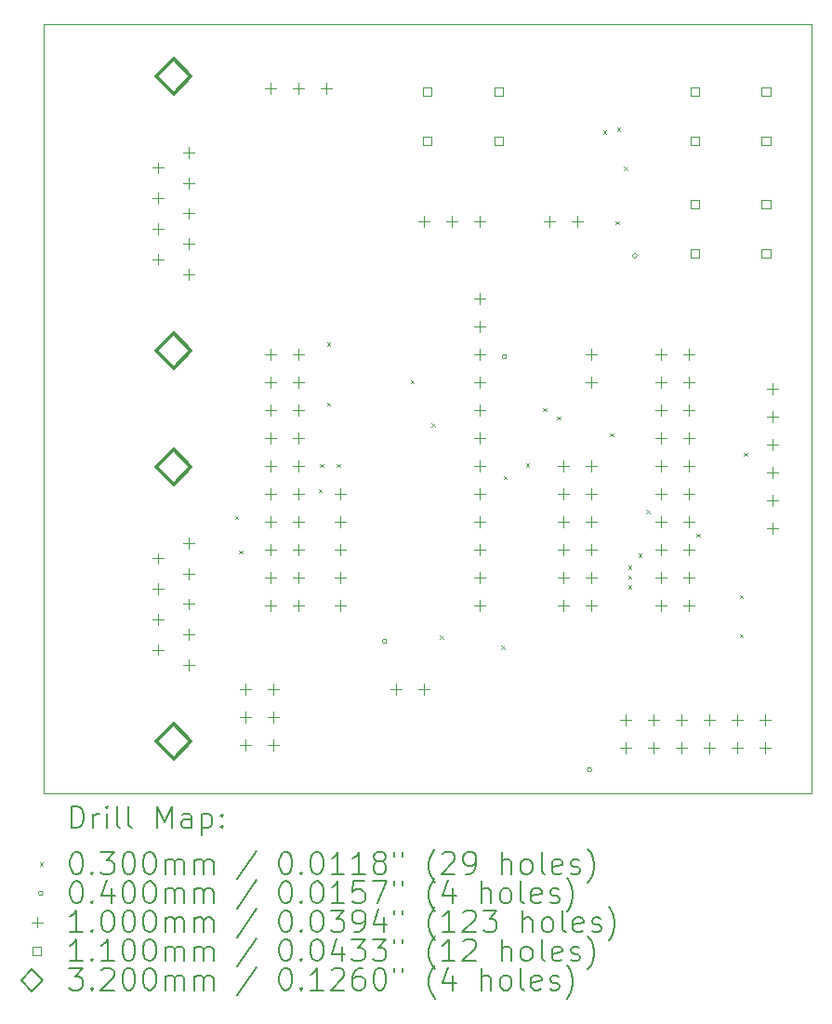
<source format=gbr>
%TF.GenerationSoftware,KiCad,Pcbnew,6.0.11-2627ca5db0~126~ubuntu22.04.1*%
%TF.CreationDate,2023-03-18T13:02:44+01:00*%
%TF.ProjectId,MiSTdon,4d695354-646f-46e2-9e6b-696361645f70,rev?*%
%TF.SameCoordinates,Original*%
%TF.FileFunction,Drillmap*%
%TF.FilePolarity,Positive*%
%FSLAX45Y45*%
G04 Gerber Fmt 4.5, Leading zero omitted, Abs format (unit mm)*
G04 Created by KiCad (PCBNEW 6.0.11-2627ca5db0~126~ubuntu22.04.1) date 2023-03-18 13:02:44*
%MOMM*%
%LPD*%
G01*
G04 APERTURE LIST*
%ADD10C,0.100000*%
%ADD11C,0.200000*%
%ADD12C,0.030000*%
%ADD13C,0.040000*%
%ADD14C,0.110000*%
%ADD15C,0.320000*%
G04 APERTURE END LIST*
D10*
X10000000Y-5000000D02*
X17000000Y-5000000D01*
X17000000Y-5000000D02*
X17000000Y-12000000D01*
X17000000Y-12000000D02*
X10000000Y-12000000D01*
X10000000Y-12000000D02*
X10000000Y-5000000D01*
D11*
D12*
X11745250Y-9474340D02*
X11775250Y-9504340D01*
X11775250Y-9474340D02*
X11745250Y-9504340D01*
X11783300Y-9789400D02*
X11813300Y-9819400D01*
X11813300Y-9789400D02*
X11783300Y-9819400D01*
X12507200Y-9230600D02*
X12537200Y-9260600D01*
X12537200Y-9230600D02*
X12507200Y-9260600D01*
X12519900Y-9002000D02*
X12549900Y-9032000D01*
X12549900Y-9002000D02*
X12519900Y-9032000D01*
X12583400Y-7897100D02*
X12613400Y-7927100D01*
X12613400Y-7897100D02*
X12583400Y-7927100D01*
X12583400Y-8443200D02*
X12613400Y-8473200D01*
X12613400Y-8443200D02*
X12583400Y-8473200D01*
X12672300Y-9002000D02*
X12702300Y-9032000D01*
X12702300Y-9002000D02*
X12672300Y-9032000D01*
X13345400Y-8240000D02*
X13375400Y-8270000D01*
X13375400Y-8240000D02*
X13345400Y-8270000D01*
X13535900Y-8633700D02*
X13565900Y-8663700D01*
X13565900Y-8633700D02*
X13535900Y-8663700D01*
X13612100Y-10564100D02*
X13642100Y-10594100D01*
X13642100Y-10564100D02*
X13612100Y-10594100D01*
X14170900Y-10654800D02*
X14200900Y-10684800D01*
X14200900Y-10654800D02*
X14170900Y-10684800D01*
X14189950Y-9109950D02*
X14219950Y-9139950D01*
X14219950Y-9109950D02*
X14189950Y-9139950D01*
X14393150Y-8995650D02*
X14423150Y-9025650D01*
X14423150Y-8995650D02*
X14393150Y-9025650D01*
X14551900Y-8494000D02*
X14581900Y-8524000D01*
X14581900Y-8494000D02*
X14551900Y-8524000D01*
X14678900Y-8570200D02*
X14708900Y-8600200D01*
X14708900Y-8570200D02*
X14678900Y-8600200D01*
X15098000Y-5966700D02*
X15128000Y-5996700D01*
X15128000Y-5966700D02*
X15098000Y-5996700D01*
X15161500Y-8722600D02*
X15191500Y-8752600D01*
X15191500Y-8722600D02*
X15161500Y-8752600D01*
X15212300Y-6792200D02*
X15242300Y-6822200D01*
X15242300Y-6792200D02*
X15212300Y-6822200D01*
X15225000Y-5941300D02*
X15255000Y-5971300D01*
X15255000Y-5941300D02*
X15225000Y-5971300D01*
X15288500Y-6296900D02*
X15318500Y-6326900D01*
X15318500Y-6296900D02*
X15288500Y-6326900D01*
X15326600Y-9929100D02*
X15356600Y-9959100D01*
X15356600Y-9929100D02*
X15326600Y-9959100D01*
X15326600Y-10018000D02*
X15356600Y-10048000D01*
X15356600Y-10018000D02*
X15326600Y-10048000D01*
X15326600Y-10106900D02*
X15356600Y-10136900D01*
X15356600Y-10106900D02*
X15326600Y-10136900D01*
X15417280Y-9816600D02*
X15447280Y-9846600D01*
X15447280Y-9816600D02*
X15417280Y-9846600D01*
X15492025Y-9421425D02*
X15522025Y-9451425D01*
X15522025Y-9421425D02*
X15492025Y-9451425D01*
X15948900Y-9637000D02*
X15978900Y-9667000D01*
X15978900Y-9637000D02*
X15948900Y-9667000D01*
X16342600Y-10195800D02*
X16372600Y-10225800D01*
X16372600Y-10195800D02*
X16342600Y-10225800D01*
X16342600Y-10551400D02*
X16372600Y-10581400D01*
X16372600Y-10551400D02*
X16342600Y-10581400D01*
X16380700Y-8900400D02*
X16410700Y-8930400D01*
X16410700Y-8900400D02*
X16380700Y-8930400D01*
D13*
X13126400Y-10617200D02*
G75*
G03*
X13126400Y-10617200I-20000J0D01*
G01*
X14218600Y-8026400D02*
G75*
G03*
X14218600Y-8026400I-20000J0D01*
G01*
X14993300Y-11785600D02*
G75*
G03*
X14993300Y-11785600I-20000J0D01*
G01*
X15406050Y-7105650D02*
G75*
G03*
X15406050Y-7105650I-20000J0D01*
G01*
D10*
X11042033Y-6255500D02*
X11042033Y-6355500D01*
X10992033Y-6305500D02*
X11092033Y-6305500D01*
X11042033Y-6532500D02*
X11042033Y-6632500D01*
X10992033Y-6582500D02*
X11092033Y-6582500D01*
X11042033Y-6809500D02*
X11042033Y-6909500D01*
X10992033Y-6859500D02*
X11092033Y-6859500D01*
X11042033Y-7086500D02*
X11042033Y-7186500D01*
X10992033Y-7136500D02*
X11092033Y-7136500D01*
X11042033Y-9811500D02*
X11042033Y-9911500D01*
X10992033Y-9861500D02*
X11092033Y-9861500D01*
X11042033Y-10088500D02*
X11042033Y-10188500D01*
X10992033Y-10138500D02*
X11092033Y-10138500D01*
X11042033Y-10365500D02*
X11042033Y-10465500D01*
X10992033Y-10415500D02*
X11092033Y-10415500D01*
X11042033Y-10642500D02*
X11042033Y-10742500D01*
X10992033Y-10692500D02*
X11092033Y-10692500D01*
X11326033Y-6117000D02*
X11326033Y-6217000D01*
X11276033Y-6167000D02*
X11376033Y-6167000D01*
X11326033Y-6394000D02*
X11326033Y-6494000D01*
X11276033Y-6444000D02*
X11376033Y-6444000D01*
X11326033Y-6671000D02*
X11326033Y-6771000D01*
X11276033Y-6721000D02*
X11376033Y-6721000D01*
X11326033Y-6948000D02*
X11326033Y-7048000D01*
X11276033Y-6998000D02*
X11376033Y-6998000D01*
X11326033Y-7225000D02*
X11326033Y-7325000D01*
X11276033Y-7275000D02*
X11376033Y-7275000D01*
X11326033Y-9673000D02*
X11326033Y-9773000D01*
X11276033Y-9723000D02*
X11376033Y-9723000D01*
X11326033Y-9950000D02*
X11326033Y-10050000D01*
X11276033Y-10000000D02*
X11376033Y-10000000D01*
X11326033Y-10227000D02*
X11326033Y-10327000D01*
X11276033Y-10277000D02*
X11376033Y-10277000D01*
X11326033Y-10504000D02*
X11326033Y-10604000D01*
X11276033Y-10554000D02*
X11376033Y-10554000D01*
X11326033Y-10781000D02*
X11326033Y-10881000D01*
X11276033Y-10831000D02*
X11376033Y-10831000D01*
X11836400Y-10999000D02*
X11836400Y-11099000D01*
X11786400Y-11049000D02*
X11886400Y-11049000D01*
X11836400Y-11253000D02*
X11836400Y-11353000D01*
X11786400Y-11303000D02*
X11886400Y-11303000D01*
X11836400Y-11507000D02*
X11836400Y-11607000D01*
X11786400Y-11557000D02*
X11886400Y-11557000D01*
X12065000Y-7951000D02*
X12065000Y-8051000D01*
X12015000Y-8001000D02*
X12115000Y-8001000D01*
X12065000Y-8205000D02*
X12065000Y-8305000D01*
X12015000Y-8255000D02*
X12115000Y-8255000D01*
X12065000Y-8459000D02*
X12065000Y-8559000D01*
X12015000Y-8509000D02*
X12115000Y-8509000D01*
X12065000Y-8713000D02*
X12065000Y-8813000D01*
X12015000Y-8763000D02*
X12115000Y-8763000D01*
X12065000Y-8967000D02*
X12065000Y-9067000D01*
X12015000Y-9017000D02*
X12115000Y-9017000D01*
X12065000Y-9221000D02*
X12065000Y-9321000D01*
X12015000Y-9271000D02*
X12115000Y-9271000D01*
X12065000Y-9475000D02*
X12065000Y-9575000D01*
X12015000Y-9525000D02*
X12115000Y-9525000D01*
X12065000Y-9729000D02*
X12065000Y-9829000D01*
X12015000Y-9779000D02*
X12115000Y-9779000D01*
X12065000Y-9983000D02*
X12065000Y-10083000D01*
X12015000Y-10033000D02*
X12115000Y-10033000D01*
X12065000Y-10237000D02*
X12065000Y-10337000D01*
X12015000Y-10287000D02*
X12115000Y-10287000D01*
X12066500Y-5535500D02*
X12066500Y-5635500D01*
X12016500Y-5585500D02*
X12116500Y-5585500D01*
X12090400Y-10999000D02*
X12090400Y-11099000D01*
X12040400Y-11049000D02*
X12140400Y-11049000D01*
X12090400Y-11253000D02*
X12090400Y-11353000D01*
X12040400Y-11303000D02*
X12140400Y-11303000D01*
X12090400Y-11507000D02*
X12090400Y-11607000D01*
X12040400Y-11557000D02*
X12140400Y-11557000D01*
X12319000Y-7951000D02*
X12319000Y-8051000D01*
X12269000Y-8001000D02*
X12369000Y-8001000D01*
X12319000Y-8205000D02*
X12319000Y-8305000D01*
X12269000Y-8255000D02*
X12369000Y-8255000D01*
X12319000Y-8459000D02*
X12319000Y-8559000D01*
X12269000Y-8509000D02*
X12369000Y-8509000D01*
X12319000Y-8713000D02*
X12319000Y-8813000D01*
X12269000Y-8763000D02*
X12369000Y-8763000D01*
X12319000Y-8967000D02*
X12319000Y-9067000D01*
X12269000Y-9017000D02*
X12369000Y-9017000D01*
X12319000Y-9221000D02*
X12319000Y-9321000D01*
X12269000Y-9271000D02*
X12369000Y-9271000D01*
X12319000Y-9475000D02*
X12319000Y-9575000D01*
X12269000Y-9525000D02*
X12369000Y-9525000D01*
X12319000Y-9729000D02*
X12319000Y-9829000D01*
X12269000Y-9779000D02*
X12369000Y-9779000D01*
X12319000Y-9983000D02*
X12319000Y-10083000D01*
X12269000Y-10033000D02*
X12369000Y-10033000D01*
X12319000Y-10237000D02*
X12319000Y-10337000D01*
X12269000Y-10287000D02*
X12369000Y-10287000D01*
X12320500Y-5535500D02*
X12320500Y-5635500D01*
X12270500Y-5585500D02*
X12370500Y-5585500D01*
X12574500Y-5535500D02*
X12574500Y-5635500D01*
X12524500Y-5585500D02*
X12624500Y-5585500D01*
X12700000Y-9221000D02*
X12700000Y-9321000D01*
X12650000Y-9271000D02*
X12750000Y-9271000D01*
X12700000Y-9475000D02*
X12700000Y-9575000D01*
X12650000Y-9525000D02*
X12750000Y-9525000D01*
X12700000Y-9729000D02*
X12700000Y-9829000D01*
X12650000Y-9779000D02*
X12750000Y-9779000D01*
X12700000Y-9983000D02*
X12700000Y-10083000D01*
X12650000Y-10033000D02*
X12750000Y-10033000D01*
X12700000Y-10237000D02*
X12700000Y-10337000D01*
X12650000Y-10287000D02*
X12750000Y-10287000D01*
X13208000Y-10999000D02*
X13208000Y-11099000D01*
X13158000Y-11049000D02*
X13258000Y-11049000D01*
X13462000Y-6744500D02*
X13462000Y-6844500D01*
X13412000Y-6794500D02*
X13512000Y-6794500D01*
X13462000Y-10999000D02*
X13462000Y-11099000D01*
X13412000Y-11049000D02*
X13512000Y-11049000D01*
X13716000Y-6744500D02*
X13716000Y-6844500D01*
X13666000Y-6794500D02*
X13766000Y-6794500D01*
X13970000Y-6744500D02*
X13970000Y-6844500D01*
X13920000Y-6794500D02*
X14020000Y-6794500D01*
X13970000Y-7443000D02*
X13970000Y-7543000D01*
X13920000Y-7493000D02*
X14020000Y-7493000D01*
X13970000Y-7697000D02*
X13970000Y-7797000D01*
X13920000Y-7747000D02*
X14020000Y-7747000D01*
X13970000Y-7951000D02*
X13970000Y-8051000D01*
X13920000Y-8001000D02*
X14020000Y-8001000D01*
X13970000Y-8205000D02*
X13970000Y-8305000D01*
X13920000Y-8255000D02*
X14020000Y-8255000D01*
X13970000Y-8459000D02*
X13970000Y-8559000D01*
X13920000Y-8509000D02*
X14020000Y-8509000D01*
X13970000Y-8713000D02*
X13970000Y-8813000D01*
X13920000Y-8763000D02*
X14020000Y-8763000D01*
X13970000Y-8967000D02*
X13970000Y-9067000D01*
X13920000Y-9017000D02*
X14020000Y-9017000D01*
X13970000Y-9221000D02*
X13970000Y-9321000D01*
X13920000Y-9271000D02*
X14020000Y-9271000D01*
X13970000Y-9475000D02*
X13970000Y-9575000D01*
X13920000Y-9525000D02*
X14020000Y-9525000D01*
X13970000Y-9729000D02*
X13970000Y-9829000D01*
X13920000Y-9779000D02*
X14020000Y-9779000D01*
X13970000Y-9983000D02*
X13970000Y-10083000D01*
X13920000Y-10033000D02*
X14020000Y-10033000D01*
X13970000Y-10237000D02*
X13970000Y-10337000D01*
X13920000Y-10287000D02*
X14020000Y-10287000D01*
X14605000Y-6744500D02*
X14605000Y-6844500D01*
X14555000Y-6794500D02*
X14655000Y-6794500D01*
X14732000Y-8967000D02*
X14732000Y-9067000D01*
X14682000Y-9017000D02*
X14782000Y-9017000D01*
X14732000Y-9221000D02*
X14732000Y-9321000D01*
X14682000Y-9271000D02*
X14782000Y-9271000D01*
X14732000Y-9475000D02*
X14732000Y-9575000D01*
X14682000Y-9525000D02*
X14782000Y-9525000D01*
X14732000Y-9729000D02*
X14732000Y-9829000D01*
X14682000Y-9779000D02*
X14782000Y-9779000D01*
X14732000Y-9983000D02*
X14732000Y-10083000D01*
X14682000Y-10033000D02*
X14782000Y-10033000D01*
X14732000Y-10237000D02*
X14732000Y-10337000D01*
X14682000Y-10287000D02*
X14782000Y-10287000D01*
X14859000Y-6744500D02*
X14859000Y-6844500D01*
X14809000Y-6794500D02*
X14909000Y-6794500D01*
X14986000Y-7951000D02*
X14986000Y-8051000D01*
X14936000Y-8001000D02*
X15036000Y-8001000D01*
X14986000Y-8205000D02*
X14986000Y-8305000D01*
X14936000Y-8255000D02*
X15036000Y-8255000D01*
X14986000Y-8967000D02*
X14986000Y-9067000D01*
X14936000Y-9017000D02*
X15036000Y-9017000D01*
X14986000Y-9221000D02*
X14986000Y-9321000D01*
X14936000Y-9271000D02*
X15036000Y-9271000D01*
X14986000Y-9475000D02*
X14986000Y-9575000D01*
X14936000Y-9525000D02*
X15036000Y-9525000D01*
X14986000Y-9729000D02*
X14986000Y-9829000D01*
X14936000Y-9779000D02*
X15036000Y-9779000D01*
X14986000Y-9983000D02*
X14986000Y-10083000D01*
X14936000Y-10033000D02*
X15036000Y-10033000D01*
X14986000Y-10237000D02*
X14986000Y-10337000D01*
X14936000Y-10287000D02*
X15036000Y-10287000D01*
X15303500Y-11284000D02*
X15303500Y-11384000D01*
X15253500Y-11334000D02*
X15353500Y-11334000D01*
X15303500Y-11538000D02*
X15303500Y-11638000D01*
X15253500Y-11588000D02*
X15353500Y-11588000D01*
X15557500Y-11284000D02*
X15557500Y-11384000D01*
X15507500Y-11334000D02*
X15607500Y-11334000D01*
X15557500Y-11538000D02*
X15557500Y-11638000D01*
X15507500Y-11588000D02*
X15607500Y-11588000D01*
X15621000Y-7951000D02*
X15621000Y-8051000D01*
X15571000Y-8001000D02*
X15671000Y-8001000D01*
X15621000Y-8205000D02*
X15621000Y-8305000D01*
X15571000Y-8255000D02*
X15671000Y-8255000D01*
X15621000Y-8459000D02*
X15621000Y-8559000D01*
X15571000Y-8509000D02*
X15671000Y-8509000D01*
X15621000Y-8713000D02*
X15621000Y-8813000D01*
X15571000Y-8763000D02*
X15671000Y-8763000D01*
X15621000Y-8967000D02*
X15621000Y-9067000D01*
X15571000Y-9017000D02*
X15671000Y-9017000D01*
X15621000Y-9221000D02*
X15621000Y-9321000D01*
X15571000Y-9271000D02*
X15671000Y-9271000D01*
X15621000Y-9475000D02*
X15621000Y-9575000D01*
X15571000Y-9525000D02*
X15671000Y-9525000D01*
X15621000Y-9729000D02*
X15621000Y-9829000D01*
X15571000Y-9779000D02*
X15671000Y-9779000D01*
X15621000Y-9983000D02*
X15621000Y-10083000D01*
X15571000Y-10033000D02*
X15671000Y-10033000D01*
X15621000Y-10237000D02*
X15621000Y-10337000D01*
X15571000Y-10287000D02*
X15671000Y-10287000D01*
X15811500Y-11284000D02*
X15811500Y-11384000D01*
X15761500Y-11334000D02*
X15861500Y-11334000D01*
X15811500Y-11538000D02*
X15811500Y-11638000D01*
X15761500Y-11588000D02*
X15861500Y-11588000D01*
X15875000Y-7951000D02*
X15875000Y-8051000D01*
X15825000Y-8001000D02*
X15925000Y-8001000D01*
X15875000Y-8205000D02*
X15875000Y-8305000D01*
X15825000Y-8255000D02*
X15925000Y-8255000D01*
X15875000Y-8459000D02*
X15875000Y-8559000D01*
X15825000Y-8509000D02*
X15925000Y-8509000D01*
X15875000Y-8713000D02*
X15875000Y-8813000D01*
X15825000Y-8763000D02*
X15925000Y-8763000D01*
X15875000Y-8967000D02*
X15875000Y-9067000D01*
X15825000Y-9017000D02*
X15925000Y-9017000D01*
X15875000Y-9221000D02*
X15875000Y-9321000D01*
X15825000Y-9271000D02*
X15925000Y-9271000D01*
X15875000Y-9475000D02*
X15875000Y-9575000D01*
X15825000Y-9525000D02*
X15925000Y-9525000D01*
X15875000Y-9729000D02*
X15875000Y-9829000D01*
X15825000Y-9779000D02*
X15925000Y-9779000D01*
X15875000Y-9983000D02*
X15875000Y-10083000D01*
X15825000Y-10033000D02*
X15925000Y-10033000D01*
X15875000Y-10237000D02*
X15875000Y-10337000D01*
X15825000Y-10287000D02*
X15925000Y-10287000D01*
X16065500Y-11284000D02*
X16065500Y-11384000D01*
X16015500Y-11334000D02*
X16115500Y-11334000D01*
X16065500Y-11538000D02*
X16065500Y-11638000D01*
X16015500Y-11588000D02*
X16115500Y-11588000D01*
X16319500Y-11284000D02*
X16319500Y-11384000D01*
X16269500Y-11334000D02*
X16369500Y-11334000D01*
X16319500Y-11538000D02*
X16319500Y-11638000D01*
X16269500Y-11588000D02*
X16369500Y-11588000D01*
X16573500Y-11284000D02*
X16573500Y-11384000D01*
X16523500Y-11334000D02*
X16623500Y-11334000D01*
X16573500Y-11538000D02*
X16573500Y-11638000D01*
X16523500Y-11588000D02*
X16623500Y-11588000D01*
X16637000Y-8267500D02*
X16637000Y-8367500D01*
X16587000Y-8317500D02*
X16687000Y-8317500D01*
X16637000Y-8521500D02*
X16637000Y-8621500D01*
X16587000Y-8571500D02*
X16687000Y-8571500D01*
X16637000Y-8775500D02*
X16637000Y-8875500D01*
X16587000Y-8825500D02*
X16687000Y-8825500D01*
X16637000Y-9029500D02*
X16637000Y-9129500D01*
X16587000Y-9079500D02*
X16687000Y-9079500D01*
X16637000Y-9283500D02*
X16637000Y-9383500D01*
X16587000Y-9333500D02*
X16687000Y-9333500D01*
X16637000Y-9537500D02*
X16637000Y-9637500D01*
X16587000Y-9587500D02*
X16687000Y-9587500D01*
D14*
X13533391Y-5648891D02*
X13533391Y-5571109D01*
X13455609Y-5571109D01*
X13455609Y-5648891D01*
X13533391Y-5648891D01*
X13533391Y-6098891D02*
X13533391Y-6021109D01*
X13455609Y-6021109D01*
X13455609Y-6098891D01*
X13533391Y-6098891D01*
X14183391Y-5648891D02*
X14183391Y-5571109D01*
X14105609Y-5571109D01*
X14105609Y-5648891D01*
X14183391Y-5648891D01*
X14183391Y-6098891D02*
X14183391Y-6021109D01*
X14105609Y-6021109D01*
X14105609Y-6098891D01*
X14183391Y-6098891D01*
X15969891Y-5650891D02*
X15969891Y-5573109D01*
X15892109Y-5573109D01*
X15892109Y-5650891D01*
X15969891Y-5650891D01*
X15969891Y-6100891D02*
X15969891Y-6023109D01*
X15892109Y-6023109D01*
X15892109Y-6100891D01*
X15969891Y-6100891D01*
X15969891Y-6671891D02*
X15969891Y-6594109D01*
X15892109Y-6594109D01*
X15892109Y-6671891D01*
X15969891Y-6671891D01*
X15969891Y-7121891D02*
X15969891Y-7044109D01*
X15892109Y-7044109D01*
X15892109Y-7121891D01*
X15969891Y-7121891D01*
X16619891Y-5650891D02*
X16619891Y-5573109D01*
X16542109Y-5573109D01*
X16542109Y-5650891D01*
X16619891Y-5650891D01*
X16619891Y-6100891D02*
X16619891Y-6023109D01*
X16542109Y-6023109D01*
X16542109Y-6100891D01*
X16619891Y-6100891D01*
X16619891Y-6671891D02*
X16619891Y-6594109D01*
X16542109Y-6594109D01*
X16542109Y-6671891D01*
X16619891Y-6671891D01*
X16619891Y-7121891D02*
X16619891Y-7044109D01*
X16542109Y-7044109D01*
X16542109Y-7121891D01*
X16619891Y-7121891D01*
D15*
X11184033Y-5631000D02*
X11344033Y-5471000D01*
X11184033Y-5311000D01*
X11024033Y-5471000D01*
X11184033Y-5631000D01*
X11184033Y-8131000D02*
X11344033Y-7971000D01*
X11184033Y-7811000D01*
X11024033Y-7971000D01*
X11184033Y-8131000D01*
X11184033Y-9187000D02*
X11344033Y-9027000D01*
X11184033Y-8867000D01*
X11024033Y-9027000D01*
X11184033Y-9187000D01*
X11184033Y-11687000D02*
X11344033Y-11527000D01*
X11184033Y-11367000D01*
X11024033Y-11527000D01*
X11184033Y-11687000D01*
D11*
X10252619Y-12315476D02*
X10252619Y-12115476D01*
X10300238Y-12115476D01*
X10328810Y-12125000D01*
X10347857Y-12144048D01*
X10357381Y-12163095D01*
X10366905Y-12201190D01*
X10366905Y-12229762D01*
X10357381Y-12267857D01*
X10347857Y-12286905D01*
X10328810Y-12305952D01*
X10300238Y-12315476D01*
X10252619Y-12315476D01*
X10452619Y-12315476D02*
X10452619Y-12182143D01*
X10452619Y-12220238D02*
X10462143Y-12201190D01*
X10471667Y-12191667D01*
X10490714Y-12182143D01*
X10509762Y-12182143D01*
X10576429Y-12315476D02*
X10576429Y-12182143D01*
X10576429Y-12115476D02*
X10566905Y-12125000D01*
X10576429Y-12134524D01*
X10585952Y-12125000D01*
X10576429Y-12115476D01*
X10576429Y-12134524D01*
X10700238Y-12315476D02*
X10681190Y-12305952D01*
X10671667Y-12286905D01*
X10671667Y-12115476D01*
X10805000Y-12315476D02*
X10785952Y-12305952D01*
X10776429Y-12286905D01*
X10776429Y-12115476D01*
X11033571Y-12315476D02*
X11033571Y-12115476D01*
X11100238Y-12258333D01*
X11166905Y-12115476D01*
X11166905Y-12315476D01*
X11347857Y-12315476D02*
X11347857Y-12210714D01*
X11338333Y-12191667D01*
X11319286Y-12182143D01*
X11281190Y-12182143D01*
X11262143Y-12191667D01*
X11347857Y-12305952D02*
X11328809Y-12315476D01*
X11281190Y-12315476D01*
X11262143Y-12305952D01*
X11252619Y-12286905D01*
X11252619Y-12267857D01*
X11262143Y-12248809D01*
X11281190Y-12239286D01*
X11328809Y-12239286D01*
X11347857Y-12229762D01*
X11443095Y-12182143D02*
X11443095Y-12382143D01*
X11443095Y-12191667D02*
X11462143Y-12182143D01*
X11500238Y-12182143D01*
X11519286Y-12191667D01*
X11528809Y-12201190D01*
X11538333Y-12220238D01*
X11538333Y-12277381D01*
X11528809Y-12296428D01*
X11519286Y-12305952D01*
X11500238Y-12315476D01*
X11462143Y-12315476D01*
X11443095Y-12305952D01*
X11624048Y-12296428D02*
X11633571Y-12305952D01*
X11624048Y-12315476D01*
X11614524Y-12305952D01*
X11624048Y-12296428D01*
X11624048Y-12315476D01*
X11624048Y-12191667D02*
X11633571Y-12201190D01*
X11624048Y-12210714D01*
X11614524Y-12201190D01*
X11624048Y-12191667D01*
X11624048Y-12210714D01*
D12*
X9965000Y-12630000D02*
X9995000Y-12660000D01*
X9995000Y-12630000D02*
X9965000Y-12660000D01*
D11*
X10290714Y-12535476D02*
X10309762Y-12535476D01*
X10328810Y-12545000D01*
X10338333Y-12554524D01*
X10347857Y-12573571D01*
X10357381Y-12611667D01*
X10357381Y-12659286D01*
X10347857Y-12697381D01*
X10338333Y-12716428D01*
X10328810Y-12725952D01*
X10309762Y-12735476D01*
X10290714Y-12735476D01*
X10271667Y-12725952D01*
X10262143Y-12716428D01*
X10252619Y-12697381D01*
X10243095Y-12659286D01*
X10243095Y-12611667D01*
X10252619Y-12573571D01*
X10262143Y-12554524D01*
X10271667Y-12545000D01*
X10290714Y-12535476D01*
X10443095Y-12716428D02*
X10452619Y-12725952D01*
X10443095Y-12735476D01*
X10433571Y-12725952D01*
X10443095Y-12716428D01*
X10443095Y-12735476D01*
X10519286Y-12535476D02*
X10643095Y-12535476D01*
X10576429Y-12611667D01*
X10605000Y-12611667D01*
X10624048Y-12621190D01*
X10633571Y-12630714D01*
X10643095Y-12649762D01*
X10643095Y-12697381D01*
X10633571Y-12716428D01*
X10624048Y-12725952D01*
X10605000Y-12735476D01*
X10547857Y-12735476D01*
X10528810Y-12725952D01*
X10519286Y-12716428D01*
X10766905Y-12535476D02*
X10785952Y-12535476D01*
X10805000Y-12545000D01*
X10814524Y-12554524D01*
X10824048Y-12573571D01*
X10833571Y-12611667D01*
X10833571Y-12659286D01*
X10824048Y-12697381D01*
X10814524Y-12716428D01*
X10805000Y-12725952D01*
X10785952Y-12735476D01*
X10766905Y-12735476D01*
X10747857Y-12725952D01*
X10738333Y-12716428D01*
X10728810Y-12697381D01*
X10719286Y-12659286D01*
X10719286Y-12611667D01*
X10728810Y-12573571D01*
X10738333Y-12554524D01*
X10747857Y-12545000D01*
X10766905Y-12535476D01*
X10957381Y-12535476D02*
X10976429Y-12535476D01*
X10995476Y-12545000D01*
X11005000Y-12554524D01*
X11014524Y-12573571D01*
X11024048Y-12611667D01*
X11024048Y-12659286D01*
X11014524Y-12697381D01*
X11005000Y-12716428D01*
X10995476Y-12725952D01*
X10976429Y-12735476D01*
X10957381Y-12735476D01*
X10938333Y-12725952D01*
X10928810Y-12716428D01*
X10919286Y-12697381D01*
X10909762Y-12659286D01*
X10909762Y-12611667D01*
X10919286Y-12573571D01*
X10928810Y-12554524D01*
X10938333Y-12545000D01*
X10957381Y-12535476D01*
X11109762Y-12735476D02*
X11109762Y-12602143D01*
X11109762Y-12621190D02*
X11119286Y-12611667D01*
X11138333Y-12602143D01*
X11166905Y-12602143D01*
X11185952Y-12611667D01*
X11195476Y-12630714D01*
X11195476Y-12735476D01*
X11195476Y-12630714D02*
X11205000Y-12611667D01*
X11224048Y-12602143D01*
X11252619Y-12602143D01*
X11271667Y-12611667D01*
X11281190Y-12630714D01*
X11281190Y-12735476D01*
X11376428Y-12735476D02*
X11376428Y-12602143D01*
X11376428Y-12621190D02*
X11385952Y-12611667D01*
X11405000Y-12602143D01*
X11433571Y-12602143D01*
X11452619Y-12611667D01*
X11462143Y-12630714D01*
X11462143Y-12735476D01*
X11462143Y-12630714D02*
X11471667Y-12611667D01*
X11490714Y-12602143D01*
X11519286Y-12602143D01*
X11538333Y-12611667D01*
X11547857Y-12630714D01*
X11547857Y-12735476D01*
X11938333Y-12525952D02*
X11766905Y-12783095D01*
X12195476Y-12535476D02*
X12214524Y-12535476D01*
X12233571Y-12545000D01*
X12243095Y-12554524D01*
X12252619Y-12573571D01*
X12262143Y-12611667D01*
X12262143Y-12659286D01*
X12252619Y-12697381D01*
X12243095Y-12716428D01*
X12233571Y-12725952D01*
X12214524Y-12735476D01*
X12195476Y-12735476D01*
X12176428Y-12725952D01*
X12166905Y-12716428D01*
X12157381Y-12697381D01*
X12147857Y-12659286D01*
X12147857Y-12611667D01*
X12157381Y-12573571D01*
X12166905Y-12554524D01*
X12176428Y-12545000D01*
X12195476Y-12535476D01*
X12347857Y-12716428D02*
X12357381Y-12725952D01*
X12347857Y-12735476D01*
X12338333Y-12725952D01*
X12347857Y-12716428D01*
X12347857Y-12735476D01*
X12481190Y-12535476D02*
X12500238Y-12535476D01*
X12519286Y-12545000D01*
X12528809Y-12554524D01*
X12538333Y-12573571D01*
X12547857Y-12611667D01*
X12547857Y-12659286D01*
X12538333Y-12697381D01*
X12528809Y-12716428D01*
X12519286Y-12725952D01*
X12500238Y-12735476D01*
X12481190Y-12735476D01*
X12462143Y-12725952D01*
X12452619Y-12716428D01*
X12443095Y-12697381D01*
X12433571Y-12659286D01*
X12433571Y-12611667D01*
X12443095Y-12573571D01*
X12452619Y-12554524D01*
X12462143Y-12545000D01*
X12481190Y-12535476D01*
X12738333Y-12735476D02*
X12624048Y-12735476D01*
X12681190Y-12735476D02*
X12681190Y-12535476D01*
X12662143Y-12564048D01*
X12643095Y-12583095D01*
X12624048Y-12592619D01*
X12928809Y-12735476D02*
X12814524Y-12735476D01*
X12871667Y-12735476D02*
X12871667Y-12535476D01*
X12852619Y-12564048D01*
X12833571Y-12583095D01*
X12814524Y-12592619D01*
X13043095Y-12621190D02*
X13024048Y-12611667D01*
X13014524Y-12602143D01*
X13005000Y-12583095D01*
X13005000Y-12573571D01*
X13014524Y-12554524D01*
X13024048Y-12545000D01*
X13043095Y-12535476D01*
X13081190Y-12535476D01*
X13100238Y-12545000D01*
X13109762Y-12554524D01*
X13119286Y-12573571D01*
X13119286Y-12583095D01*
X13109762Y-12602143D01*
X13100238Y-12611667D01*
X13081190Y-12621190D01*
X13043095Y-12621190D01*
X13024048Y-12630714D01*
X13014524Y-12640238D01*
X13005000Y-12659286D01*
X13005000Y-12697381D01*
X13014524Y-12716428D01*
X13024048Y-12725952D01*
X13043095Y-12735476D01*
X13081190Y-12735476D01*
X13100238Y-12725952D01*
X13109762Y-12716428D01*
X13119286Y-12697381D01*
X13119286Y-12659286D01*
X13109762Y-12640238D01*
X13100238Y-12630714D01*
X13081190Y-12621190D01*
X13195476Y-12535476D02*
X13195476Y-12573571D01*
X13271667Y-12535476D02*
X13271667Y-12573571D01*
X13566905Y-12811667D02*
X13557381Y-12802143D01*
X13538333Y-12773571D01*
X13528809Y-12754524D01*
X13519286Y-12725952D01*
X13509762Y-12678333D01*
X13509762Y-12640238D01*
X13519286Y-12592619D01*
X13528809Y-12564048D01*
X13538333Y-12545000D01*
X13557381Y-12516428D01*
X13566905Y-12506905D01*
X13633571Y-12554524D02*
X13643095Y-12545000D01*
X13662143Y-12535476D01*
X13709762Y-12535476D01*
X13728809Y-12545000D01*
X13738333Y-12554524D01*
X13747857Y-12573571D01*
X13747857Y-12592619D01*
X13738333Y-12621190D01*
X13624048Y-12735476D01*
X13747857Y-12735476D01*
X13843095Y-12735476D02*
X13881190Y-12735476D01*
X13900238Y-12725952D01*
X13909762Y-12716428D01*
X13928809Y-12687857D01*
X13938333Y-12649762D01*
X13938333Y-12573571D01*
X13928809Y-12554524D01*
X13919286Y-12545000D01*
X13900238Y-12535476D01*
X13862143Y-12535476D01*
X13843095Y-12545000D01*
X13833571Y-12554524D01*
X13824048Y-12573571D01*
X13824048Y-12621190D01*
X13833571Y-12640238D01*
X13843095Y-12649762D01*
X13862143Y-12659286D01*
X13900238Y-12659286D01*
X13919286Y-12649762D01*
X13928809Y-12640238D01*
X13938333Y-12621190D01*
X14176428Y-12735476D02*
X14176428Y-12535476D01*
X14262143Y-12735476D02*
X14262143Y-12630714D01*
X14252619Y-12611667D01*
X14233571Y-12602143D01*
X14205000Y-12602143D01*
X14185952Y-12611667D01*
X14176428Y-12621190D01*
X14385952Y-12735476D02*
X14366905Y-12725952D01*
X14357381Y-12716428D01*
X14347857Y-12697381D01*
X14347857Y-12640238D01*
X14357381Y-12621190D01*
X14366905Y-12611667D01*
X14385952Y-12602143D01*
X14414524Y-12602143D01*
X14433571Y-12611667D01*
X14443095Y-12621190D01*
X14452619Y-12640238D01*
X14452619Y-12697381D01*
X14443095Y-12716428D01*
X14433571Y-12725952D01*
X14414524Y-12735476D01*
X14385952Y-12735476D01*
X14566905Y-12735476D02*
X14547857Y-12725952D01*
X14538333Y-12706905D01*
X14538333Y-12535476D01*
X14719286Y-12725952D02*
X14700238Y-12735476D01*
X14662143Y-12735476D01*
X14643095Y-12725952D01*
X14633571Y-12706905D01*
X14633571Y-12630714D01*
X14643095Y-12611667D01*
X14662143Y-12602143D01*
X14700238Y-12602143D01*
X14719286Y-12611667D01*
X14728809Y-12630714D01*
X14728809Y-12649762D01*
X14633571Y-12668809D01*
X14805000Y-12725952D02*
X14824048Y-12735476D01*
X14862143Y-12735476D01*
X14881190Y-12725952D01*
X14890714Y-12706905D01*
X14890714Y-12697381D01*
X14881190Y-12678333D01*
X14862143Y-12668809D01*
X14833571Y-12668809D01*
X14814524Y-12659286D01*
X14805000Y-12640238D01*
X14805000Y-12630714D01*
X14814524Y-12611667D01*
X14833571Y-12602143D01*
X14862143Y-12602143D01*
X14881190Y-12611667D01*
X14957381Y-12811667D02*
X14966905Y-12802143D01*
X14985952Y-12773571D01*
X14995476Y-12754524D01*
X15005000Y-12725952D01*
X15014524Y-12678333D01*
X15014524Y-12640238D01*
X15005000Y-12592619D01*
X14995476Y-12564048D01*
X14985952Y-12545000D01*
X14966905Y-12516428D01*
X14957381Y-12506905D01*
D13*
X9995000Y-12909000D02*
G75*
G03*
X9995000Y-12909000I-20000J0D01*
G01*
D11*
X10290714Y-12799476D02*
X10309762Y-12799476D01*
X10328810Y-12809000D01*
X10338333Y-12818524D01*
X10347857Y-12837571D01*
X10357381Y-12875667D01*
X10357381Y-12923286D01*
X10347857Y-12961381D01*
X10338333Y-12980428D01*
X10328810Y-12989952D01*
X10309762Y-12999476D01*
X10290714Y-12999476D01*
X10271667Y-12989952D01*
X10262143Y-12980428D01*
X10252619Y-12961381D01*
X10243095Y-12923286D01*
X10243095Y-12875667D01*
X10252619Y-12837571D01*
X10262143Y-12818524D01*
X10271667Y-12809000D01*
X10290714Y-12799476D01*
X10443095Y-12980428D02*
X10452619Y-12989952D01*
X10443095Y-12999476D01*
X10433571Y-12989952D01*
X10443095Y-12980428D01*
X10443095Y-12999476D01*
X10624048Y-12866143D02*
X10624048Y-12999476D01*
X10576429Y-12789952D02*
X10528810Y-12932809D01*
X10652619Y-12932809D01*
X10766905Y-12799476D02*
X10785952Y-12799476D01*
X10805000Y-12809000D01*
X10814524Y-12818524D01*
X10824048Y-12837571D01*
X10833571Y-12875667D01*
X10833571Y-12923286D01*
X10824048Y-12961381D01*
X10814524Y-12980428D01*
X10805000Y-12989952D01*
X10785952Y-12999476D01*
X10766905Y-12999476D01*
X10747857Y-12989952D01*
X10738333Y-12980428D01*
X10728810Y-12961381D01*
X10719286Y-12923286D01*
X10719286Y-12875667D01*
X10728810Y-12837571D01*
X10738333Y-12818524D01*
X10747857Y-12809000D01*
X10766905Y-12799476D01*
X10957381Y-12799476D02*
X10976429Y-12799476D01*
X10995476Y-12809000D01*
X11005000Y-12818524D01*
X11014524Y-12837571D01*
X11024048Y-12875667D01*
X11024048Y-12923286D01*
X11014524Y-12961381D01*
X11005000Y-12980428D01*
X10995476Y-12989952D01*
X10976429Y-12999476D01*
X10957381Y-12999476D01*
X10938333Y-12989952D01*
X10928810Y-12980428D01*
X10919286Y-12961381D01*
X10909762Y-12923286D01*
X10909762Y-12875667D01*
X10919286Y-12837571D01*
X10928810Y-12818524D01*
X10938333Y-12809000D01*
X10957381Y-12799476D01*
X11109762Y-12999476D02*
X11109762Y-12866143D01*
X11109762Y-12885190D02*
X11119286Y-12875667D01*
X11138333Y-12866143D01*
X11166905Y-12866143D01*
X11185952Y-12875667D01*
X11195476Y-12894714D01*
X11195476Y-12999476D01*
X11195476Y-12894714D02*
X11205000Y-12875667D01*
X11224048Y-12866143D01*
X11252619Y-12866143D01*
X11271667Y-12875667D01*
X11281190Y-12894714D01*
X11281190Y-12999476D01*
X11376428Y-12999476D02*
X11376428Y-12866143D01*
X11376428Y-12885190D02*
X11385952Y-12875667D01*
X11405000Y-12866143D01*
X11433571Y-12866143D01*
X11452619Y-12875667D01*
X11462143Y-12894714D01*
X11462143Y-12999476D01*
X11462143Y-12894714D02*
X11471667Y-12875667D01*
X11490714Y-12866143D01*
X11519286Y-12866143D01*
X11538333Y-12875667D01*
X11547857Y-12894714D01*
X11547857Y-12999476D01*
X11938333Y-12789952D02*
X11766905Y-13047095D01*
X12195476Y-12799476D02*
X12214524Y-12799476D01*
X12233571Y-12809000D01*
X12243095Y-12818524D01*
X12252619Y-12837571D01*
X12262143Y-12875667D01*
X12262143Y-12923286D01*
X12252619Y-12961381D01*
X12243095Y-12980428D01*
X12233571Y-12989952D01*
X12214524Y-12999476D01*
X12195476Y-12999476D01*
X12176428Y-12989952D01*
X12166905Y-12980428D01*
X12157381Y-12961381D01*
X12147857Y-12923286D01*
X12147857Y-12875667D01*
X12157381Y-12837571D01*
X12166905Y-12818524D01*
X12176428Y-12809000D01*
X12195476Y-12799476D01*
X12347857Y-12980428D02*
X12357381Y-12989952D01*
X12347857Y-12999476D01*
X12338333Y-12989952D01*
X12347857Y-12980428D01*
X12347857Y-12999476D01*
X12481190Y-12799476D02*
X12500238Y-12799476D01*
X12519286Y-12809000D01*
X12528809Y-12818524D01*
X12538333Y-12837571D01*
X12547857Y-12875667D01*
X12547857Y-12923286D01*
X12538333Y-12961381D01*
X12528809Y-12980428D01*
X12519286Y-12989952D01*
X12500238Y-12999476D01*
X12481190Y-12999476D01*
X12462143Y-12989952D01*
X12452619Y-12980428D01*
X12443095Y-12961381D01*
X12433571Y-12923286D01*
X12433571Y-12875667D01*
X12443095Y-12837571D01*
X12452619Y-12818524D01*
X12462143Y-12809000D01*
X12481190Y-12799476D01*
X12738333Y-12999476D02*
X12624048Y-12999476D01*
X12681190Y-12999476D02*
X12681190Y-12799476D01*
X12662143Y-12828048D01*
X12643095Y-12847095D01*
X12624048Y-12856619D01*
X12919286Y-12799476D02*
X12824048Y-12799476D01*
X12814524Y-12894714D01*
X12824048Y-12885190D01*
X12843095Y-12875667D01*
X12890714Y-12875667D01*
X12909762Y-12885190D01*
X12919286Y-12894714D01*
X12928809Y-12913762D01*
X12928809Y-12961381D01*
X12919286Y-12980428D01*
X12909762Y-12989952D01*
X12890714Y-12999476D01*
X12843095Y-12999476D01*
X12824048Y-12989952D01*
X12814524Y-12980428D01*
X12995476Y-12799476D02*
X13128809Y-12799476D01*
X13043095Y-12999476D01*
X13195476Y-12799476D02*
X13195476Y-12837571D01*
X13271667Y-12799476D02*
X13271667Y-12837571D01*
X13566905Y-13075667D02*
X13557381Y-13066143D01*
X13538333Y-13037571D01*
X13528809Y-13018524D01*
X13519286Y-12989952D01*
X13509762Y-12942333D01*
X13509762Y-12904238D01*
X13519286Y-12856619D01*
X13528809Y-12828048D01*
X13538333Y-12809000D01*
X13557381Y-12780428D01*
X13566905Y-12770905D01*
X13728809Y-12866143D02*
X13728809Y-12999476D01*
X13681190Y-12789952D02*
X13633571Y-12932809D01*
X13757381Y-12932809D01*
X13985952Y-12999476D02*
X13985952Y-12799476D01*
X14071667Y-12999476D02*
X14071667Y-12894714D01*
X14062143Y-12875667D01*
X14043095Y-12866143D01*
X14014524Y-12866143D01*
X13995476Y-12875667D01*
X13985952Y-12885190D01*
X14195476Y-12999476D02*
X14176428Y-12989952D01*
X14166905Y-12980428D01*
X14157381Y-12961381D01*
X14157381Y-12904238D01*
X14166905Y-12885190D01*
X14176428Y-12875667D01*
X14195476Y-12866143D01*
X14224048Y-12866143D01*
X14243095Y-12875667D01*
X14252619Y-12885190D01*
X14262143Y-12904238D01*
X14262143Y-12961381D01*
X14252619Y-12980428D01*
X14243095Y-12989952D01*
X14224048Y-12999476D01*
X14195476Y-12999476D01*
X14376428Y-12999476D02*
X14357381Y-12989952D01*
X14347857Y-12970905D01*
X14347857Y-12799476D01*
X14528809Y-12989952D02*
X14509762Y-12999476D01*
X14471667Y-12999476D01*
X14452619Y-12989952D01*
X14443095Y-12970905D01*
X14443095Y-12894714D01*
X14452619Y-12875667D01*
X14471667Y-12866143D01*
X14509762Y-12866143D01*
X14528809Y-12875667D01*
X14538333Y-12894714D01*
X14538333Y-12913762D01*
X14443095Y-12932809D01*
X14614524Y-12989952D02*
X14633571Y-12999476D01*
X14671667Y-12999476D01*
X14690714Y-12989952D01*
X14700238Y-12970905D01*
X14700238Y-12961381D01*
X14690714Y-12942333D01*
X14671667Y-12932809D01*
X14643095Y-12932809D01*
X14624048Y-12923286D01*
X14614524Y-12904238D01*
X14614524Y-12894714D01*
X14624048Y-12875667D01*
X14643095Y-12866143D01*
X14671667Y-12866143D01*
X14690714Y-12875667D01*
X14766905Y-13075667D02*
X14776428Y-13066143D01*
X14795476Y-13037571D01*
X14805000Y-13018524D01*
X14814524Y-12989952D01*
X14824048Y-12942333D01*
X14824048Y-12904238D01*
X14814524Y-12856619D01*
X14805000Y-12828048D01*
X14795476Y-12809000D01*
X14776428Y-12780428D01*
X14766905Y-12770905D01*
D10*
X9945000Y-13123000D02*
X9945000Y-13223000D01*
X9895000Y-13173000D02*
X9995000Y-13173000D01*
D11*
X10357381Y-13263476D02*
X10243095Y-13263476D01*
X10300238Y-13263476D02*
X10300238Y-13063476D01*
X10281190Y-13092048D01*
X10262143Y-13111095D01*
X10243095Y-13120619D01*
X10443095Y-13244428D02*
X10452619Y-13253952D01*
X10443095Y-13263476D01*
X10433571Y-13253952D01*
X10443095Y-13244428D01*
X10443095Y-13263476D01*
X10576429Y-13063476D02*
X10595476Y-13063476D01*
X10614524Y-13073000D01*
X10624048Y-13082524D01*
X10633571Y-13101571D01*
X10643095Y-13139667D01*
X10643095Y-13187286D01*
X10633571Y-13225381D01*
X10624048Y-13244428D01*
X10614524Y-13253952D01*
X10595476Y-13263476D01*
X10576429Y-13263476D01*
X10557381Y-13253952D01*
X10547857Y-13244428D01*
X10538333Y-13225381D01*
X10528810Y-13187286D01*
X10528810Y-13139667D01*
X10538333Y-13101571D01*
X10547857Y-13082524D01*
X10557381Y-13073000D01*
X10576429Y-13063476D01*
X10766905Y-13063476D02*
X10785952Y-13063476D01*
X10805000Y-13073000D01*
X10814524Y-13082524D01*
X10824048Y-13101571D01*
X10833571Y-13139667D01*
X10833571Y-13187286D01*
X10824048Y-13225381D01*
X10814524Y-13244428D01*
X10805000Y-13253952D01*
X10785952Y-13263476D01*
X10766905Y-13263476D01*
X10747857Y-13253952D01*
X10738333Y-13244428D01*
X10728810Y-13225381D01*
X10719286Y-13187286D01*
X10719286Y-13139667D01*
X10728810Y-13101571D01*
X10738333Y-13082524D01*
X10747857Y-13073000D01*
X10766905Y-13063476D01*
X10957381Y-13063476D02*
X10976429Y-13063476D01*
X10995476Y-13073000D01*
X11005000Y-13082524D01*
X11014524Y-13101571D01*
X11024048Y-13139667D01*
X11024048Y-13187286D01*
X11014524Y-13225381D01*
X11005000Y-13244428D01*
X10995476Y-13253952D01*
X10976429Y-13263476D01*
X10957381Y-13263476D01*
X10938333Y-13253952D01*
X10928810Y-13244428D01*
X10919286Y-13225381D01*
X10909762Y-13187286D01*
X10909762Y-13139667D01*
X10919286Y-13101571D01*
X10928810Y-13082524D01*
X10938333Y-13073000D01*
X10957381Y-13063476D01*
X11109762Y-13263476D02*
X11109762Y-13130143D01*
X11109762Y-13149190D02*
X11119286Y-13139667D01*
X11138333Y-13130143D01*
X11166905Y-13130143D01*
X11185952Y-13139667D01*
X11195476Y-13158714D01*
X11195476Y-13263476D01*
X11195476Y-13158714D02*
X11205000Y-13139667D01*
X11224048Y-13130143D01*
X11252619Y-13130143D01*
X11271667Y-13139667D01*
X11281190Y-13158714D01*
X11281190Y-13263476D01*
X11376428Y-13263476D02*
X11376428Y-13130143D01*
X11376428Y-13149190D02*
X11385952Y-13139667D01*
X11405000Y-13130143D01*
X11433571Y-13130143D01*
X11452619Y-13139667D01*
X11462143Y-13158714D01*
X11462143Y-13263476D01*
X11462143Y-13158714D02*
X11471667Y-13139667D01*
X11490714Y-13130143D01*
X11519286Y-13130143D01*
X11538333Y-13139667D01*
X11547857Y-13158714D01*
X11547857Y-13263476D01*
X11938333Y-13053952D02*
X11766905Y-13311095D01*
X12195476Y-13063476D02*
X12214524Y-13063476D01*
X12233571Y-13073000D01*
X12243095Y-13082524D01*
X12252619Y-13101571D01*
X12262143Y-13139667D01*
X12262143Y-13187286D01*
X12252619Y-13225381D01*
X12243095Y-13244428D01*
X12233571Y-13253952D01*
X12214524Y-13263476D01*
X12195476Y-13263476D01*
X12176428Y-13253952D01*
X12166905Y-13244428D01*
X12157381Y-13225381D01*
X12147857Y-13187286D01*
X12147857Y-13139667D01*
X12157381Y-13101571D01*
X12166905Y-13082524D01*
X12176428Y-13073000D01*
X12195476Y-13063476D01*
X12347857Y-13244428D02*
X12357381Y-13253952D01*
X12347857Y-13263476D01*
X12338333Y-13253952D01*
X12347857Y-13244428D01*
X12347857Y-13263476D01*
X12481190Y-13063476D02*
X12500238Y-13063476D01*
X12519286Y-13073000D01*
X12528809Y-13082524D01*
X12538333Y-13101571D01*
X12547857Y-13139667D01*
X12547857Y-13187286D01*
X12538333Y-13225381D01*
X12528809Y-13244428D01*
X12519286Y-13253952D01*
X12500238Y-13263476D01*
X12481190Y-13263476D01*
X12462143Y-13253952D01*
X12452619Y-13244428D01*
X12443095Y-13225381D01*
X12433571Y-13187286D01*
X12433571Y-13139667D01*
X12443095Y-13101571D01*
X12452619Y-13082524D01*
X12462143Y-13073000D01*
X12481190Y-13063476D01*
X12614524Y-13063476D02*
X12738333Y-13063476D01*
X12671667Y-13139667D01*
X12700238Y-13139667D01*
X12719286Y-13149190D01*
X12728809Y-13158714D01*
X12738333Y-13177762D01*
X12738333Y-13225381D01*
X12728809Y-13244428D01*
X12719286Y-13253952D01*
X12700238Y-13263476D01*
X12643095Y-13263476D01*
X12624048Y-13253952D01*
X12614524Y-13244428D01*
X12833571Y-13263476D02*
X12871667Y-13263476D01*
X12890714Y-13253952D01*
X12900238Y-13244428D01*
X12919286Y-13215857D01*
X12928809Y-13177762D01*
X12928809Y-13101571D01*
X12919286Y-13082524D01*
X12909762Y-13073000D01*
X12890714Y-13063476D01*
X12852619Y-13063476D01*
X12833571Y-13073000D01*
X12824048Y-13082524D01*
X12814524Y-13101571D01*
X12814524Y-13149190D01*
X12824048Y-13168238D01*
X12833571Y-13177762D01*
X12852619Y-13187286D01*
X12890714Y-13187286D01*
X12909762Y-13177762D01*
X12919286Y-13168238D01*
X12928809Y-13149190D01*
X13100238Y-13130143D02*
X13100238Y-13263476D01*
X13052619Y-13053952D02*
X13005000Y-13196809D01*
X13128809Y-13196809D01*
X13195476Y-13063476D02*
X13195476Y-13101571D01*
X13271667Y-13063476D02*
X13271667Y-13101571D01*
X13566905Y-13339667D02*
X13557381Y-13330143D01*
X13538333Y-13301571D01*
X13528809Y-13282524D01*
X13519286Y-13253952D01*
X13509762Y-13206333D01*
X13509762Y-13168238D01*
X13519286Y-13120619D01*
X13528809Y-13092048D01*
X13538333Y-13073000D01*
X13557381Y-13044428D01*
X13566905Y-13034905D01*
X13747857Y-13263476D02*
X13633571Y-13263476D01*
X13690714Y-13263476D02*
X13690714Y-13063476D01*
X13671667Y-13092048D01*
X13652619Y-13111095D01*
X13633571Y-13120619D01*
X13824048Y-13082524D02*
X13833571Y-13073000D01*
X13852619Y-13063476D01*
X13900238Y-13063476D01*
X13919286Y-13073000D01*
X13928809Y-13082524D01*
X13938333Y-13101571D01*
X13938333Y-13120619D01*
X13928809Y-13149190D01*
X13814524Y-13263476D01*
X13938333Y-13263476D01*
X14005000Y-13063476D02*
X14128809Y-13063476D01*
X14062143Y-13139667D01*
X14090714Y-13139667D01*
X14109762Y-13149190D01*
X14119286Y-13158714D01*
X14128809Y-13177762D01*
X14128809Y-13225381D01*
X14119286Y-13244428D01*
X14109762Y-13253952D01*
X14090714Y-13263476D01*
X14033571Y-13263476D01*
X14014524Y-13253952D01*
X14005000Y-13244428D01*
X14366905Y-13263476D02*
X14366905Y-13063476D01*
X14452619Y-13263476D02*
X14452619Y-13158714D01*
X14443095Y-13139667D01*
X14424048Y-13130143D01*
X14395476Y-13130143D01*
X14376428Y-13139667D01*
X14366905Y-13149190D01*
X14576428Y-13263476D02*
X14557381Y-13253952D01*
X14547857Y-13244428D01*
X14538333Y-13225381D01*
X14538333Y-13168238D01*
X14547857Y-13149190D01*
X14557381Y-13139667D01*
X14576428Y-13130143D01*
X14605000Y-13130143D01*
X14624048Y-13139667D01*
X14633571Y-13149190D01*
X14643095Y-13168238D01*
X14643095Y-13225381D01*
X14633571Y-13244428D01*
X14624048Y-13253952D01*
X14605000Y-13263476D01*
X14576428Y-13263476D01*
X14757381Y-13263476D02*
X14738333Y-13253952D01*
X14728809Y-13234905D01*
X14728809Y-13063476D01*
X14909762Y-13253952D02*
X14890714Y-13263476D01*
X14852619Y-13263476D01*
X14833571Y-13253952D01*
X14824048Y-13234905D01*
X14824048Y-13158714D01*
X14833571Y-13139667D01*
X14852619Y-13130143D01*
X14890714Y-13130143D01*
X14909762Y-13139667D01*
X14919286Y-13158714D01*
X14919286Y-13177762D01*
X14824048Y-13196809D01*
X14995476Y-13253952D02*
X15014524Y-13263476D01*
X15052619Y-13263476D01*
X15071667Y-13253952D01*
X15081190Y-13234905D01*
X15081190Y-13225381D01*
X15071667Y-13206333D01*
X15052619Y-13196809D01*
X15024048Y-13196809D01*
X15005000Y-13187286D01*
X14995476Y-13168238D01*
X14995476Y-13158714D01*
X15005000Y-13139667D01*
X15024048Y-13130143D01*
X15052619Y-13130143D01*
X15071667Y-13139667D01*
X15147857Y-13339667D02*
X15157381Y-13330143D01*
X15176428Y-13301571D01*
X15185952Y-13282524D01*
X15195476Y-13253952D01*
X15205000Y-13206333D01*
X15205000Y-13168238D01*
X15195476Y-13120619D01*
X15185952Y-13092048D01*
X15176428Y-13073000D01*
X15157381Y-13044428D01*
X15147857Y-13034905D01*
D14*
X9978891Y-13475891D02*
X9978891Y-13398109D01*
X9901109Y-13398109D01*
X9901109Y-13475891D01*
X9978891Y-13475891D01*
D11*
X10357381Y-13527476D02*
X10243095Y-13527476D01*
X10300238Y-13527476D02*
X10300238Y-13327476D01*
X10281190Y-13356048D01*
X10262143Y-13375095D01*
X10243095Y-13384619D01*
X10443095Y-13508428D02*
X10452619Y-13517952D01*
X10443095Y-13527476D01*
X10433571Y-13517952D01*
X10443095Y-13508428D01*
X10443095Y-13527476D01*
X10643095Y-13527476D02*
X10528810Y-13527476D01*
X10585952Y-13527476D02*
X10585952Y-13327476D01*
X10566905Y-13356048D01*
X10547857Y-13375095D01*
X10528810Y-13384619D01*
X10766905Y-13327476D02*
X10785952Y-13327476D01*
X10805000Y-13337000D01*
X10814524Y-13346524D01*
X10824048Y-13365571D01*
X10833571Y-13403667D01*
X10833571Y-13451286D01*
X10824048Y-13489381D01*
X10814524Y-13508428D01*
X10805000Y-13517952D01*
X10785952Y-13527476D01*
X10766905Y-13527476D01*
X10747857Y-13517952D01*
X10738333Y-13508428D01*
X10728810Y-13489381D01*
X10719286Y-13451286D01*
X10719286Y-13403667D01*
X10728810Y-13365571D01*
X10738333Y-13346524D01*
X10747857Y-13337000D01*
X10766905Y-13327476D01*
X10957381Y-13327476D02*
X10976429Y-13327476D01*
X10995476Y-13337000D01*
X11005000Y-13346524D01*
X11014524Y-13365571D01*
X11024048Y-13403667D01*
X11024048Y-13451286D01*
X11014524Y-13489381D01*
X11005000Y-13508428D01*
X10995476Y-13517952D01*
X10976429Y-13527476D01*
X10957381Y-13527476D01*
X10938333Y-13517952D01*
X10928810Y-13508428D01*
X10919286Y-13489381D01*
X10909762Y-13451286D01*
X10909762Y-13403667D01*
X10919286Y-13365571D01*
X10928810Y-13346524D01*
X10938333Y-13337000D01*
X10957381Y-13327476D01*
X11109762Y-13527476D02*
X11109762Y-13394143D01*
X11109762Y-13413190D02*
X11119286Y-13403667D01*
X11138333Y-13394143D01*
X11166905Y-13394143D01*
X11185952Y-13403667D01*
X11195476Y-13422714D01*
X11195476Y-13527476D01*
X11195476Y-13422714D02*
X11205000Y-13403667D01*
X11224048Y-13394143D01*
X11252619Y-13394143D01*
X11271667Y-13403667D01*
X11281190Y-13422714D01*
X11281190Y-13527476D01*
X11376428Y-13527476D02*
X11376428Y-13394143D01*
X11376428Y-13413190D02*
X11385952Y-13403667D01*
X11405000Y-13394143D01*
X11433571Y-13394143D01*
X11452619Y-13403667D01*
X11462143Y-13422714D01*
X11462143Y-13527476D01*
X11462143Y-13422714D02*
X11471667Y-13403667D01*
X11490714Y-13394143D01*
X11519286Y-13394143D01*
X11538333Y-13403667D01*
X11547857Y-13422714D01*
X11547857Y-13527476D01*
X11938333Y-13317952D02*
X11766905Y-13575095D01*
X12195476Y-13327476D02*
X12214524Y-13327476D01*
X12233571Y-13337000D01*
X12243095Y-13346524D01*
X12252619Y-13365571D01*
X12262143Y-13403667D01*
X12262143Y-13451286D01*
X12252619Y-13489381D01*
X12243095Y-13508428D01*
X12233571Y-13517952D01*
X12214524Y-13527476D01*
X12195476Y-13527476D01*
X12176428Y-13517952D01*
X12166905Y-13508428D01*
X12157381Y-13489381D01*
X12147857Y-13451286D01*
X12147857Y-13403667D01*
X12157381Y-13365571D01*
X12166905Y-13346524D01*
X12176428Y-13337000D01*
X12195476Y-13327476D01*
X12347857Y-13508428D02*
X12357381Y-13517952D01*
X12347857Y-13527476D01*
X12338333Y-13517952D01*
X12347857Y-13508428D01*
X12347857Y-13527476D01*
X12481190Y-13327476D02*
X12500238Y-13327476D01*
X12519286Y-13337000D01*
X12528809Y-13346524D01*
X12538333Y-13365571D01*
X12547857Y-13403667D01*
X12547857Y-13451286D01*
X12538333Y-13489381D01*
X12528809Y-13508428D01*
X12519286Y-13517952D01*
X12500238Y-13527476D01*
X12481190Y-13527476D01*
X12462143Y-13517952D01*
X12452619Y-13508428D01*
X12443095Y-13489381D01*
X12433571Y-13451286D01*
X12433571Y-13403667D01*
X12443095Y-13365571D01*
X12452619Y-13346524D01*
X12462143Y-13337000D01*
X12481190Y-13327476D01*
X12719286Y-13394143D02*
X12719286Y-13527476D01*
X12671667Y-13317952D02*
X12624048Y-13460809D01*
X12747857Y-13460809D01*
X12805000Y-13327476D02*
X12928809Y-13327476D01*
X12862143Y-13403667D01*
X12890714Y-13403667D01*
X12909762Y-13413190D01*
X12919286Y-13422714D01*
X12928809Y-13441762D01*
X12928809Y-13489381D01*
X12919286Y-13508428D01*
X12909762Y-13517952D01*
X12890714Y-13527476D01*
X12833571Y-13527476D01*
X12814524Y-13517952D01*
X12805000Y-13508428D01*
X12995476Y-13327476D02*
X13119286Y-13327476D01*
X13052619Y-13403667D01*
X13081190Y-13403667D01*
X13100238Y-13413190D01*
X13109762Y-13422714D01*
X13119286Y-13441762D01*
X13119286Y-13489381D01*
X13109762Y-13508428D01*
X13100238Y-13517952D01*
X13081190Y-13527476D01*
X13024048Y-13527476D01*
X13005000Y-13517952D01*
X12995476Y-13508428D01*
X13195476Y-13327476D02*
X13195476Y-13365571D01*
X13271667Y-13327476D02*
X13271667Y-13365571D01*
X13566905Y-13603667D02*
X13557381Y-13594143D01*
X13538333Y-13565571D01*
X13528809Y-13546524D01*
X13519286Y-13517952D01*
X13509762Y-13470333D01*
X13509762Y-13432238D01*
X13519286Y-13384619D01*
X13528809Y-13356048D01*
X13538333Y-13337000D01*
X13557381Y-13308428D01*
X13566905Y-13298905D01*
X13747857Y-13527476D02*
X13633571Y-13527476D01*
X13690714Y-13527476D02*
X13690714Y-13327476D01*
X13671667Y-13356048D01*
X13652619Y-13375095D01*
X13633571Y-13384619D01*
X13824048Y-13346524D02*
X13833571Y-13337000D01*
X13852619Y-13327476D01*
X13900238Y-13327476D01*
X13919286Y-13337000D01*
X13928809Y-13346524D01*
X13938333Y-13365571D01*
X13938333Y-13384619D01*
X13928809Y-13413190D01*
X13814524Y-13527476D01*
X13938333Y-13527476D01*
X14176428Y-13527476D02*
X14176428Y-13327476D01*
X14262143Y-13527476D02*
X14262143Y-13422714D01*
X14252619Y-13403667D01*
X14233571Y-13394143D01*
X14205000Y-13394143D01*
X14185952Y-13403667D01*
X14176428Y-13413190D01*
X14385952Y-13527476D02*
X14366905Y-13517952D01*
X14357381Y-13508428D01*
X14347857Y-13489381D01*
X14347857Y-13432238D01*
X14357381Y-13413190D01*
X14366905Y-13403667D01*
X14385952Y-13394143D01*
X14414524Y-13394143D01*
X14433571Y-13403667D01*
X14443095Y-13413190D01*
X14452619Y-13432238D01*
X14452619Y-13489381D01*
X14443095Y-13508428D01*
X14433571Y-13517952D01*
X14414524Y-13527476D01*
X14385952Y-13527476D01*
X14566905Y-13527476D02*
X14547857Y-13517952D01*
X14538333Y-13498905D01*
X14538333Y-13327476D01*
X14719286Y-13517952D02*
X14700238Y-13527476D01*
X14662143Y-13527476D01*
X14643095Y-13517952D01*
X14633571Y-13498905D01*
X14633571Y-13422714D01*
X14643095Y-13403667D01*
X14662143Y-13394143D01*
X14700238Y-13394143D01*
X14719286Y-13403667D01*
X14728809Y-13422714D01*
X14728809Y-13441762D01*
X14633571Y-13460809D01*
X14805000Y-13517952D02*
X14824048Y-13527476D01*
X14862143Y-13527476D01*
X14881190Y-13517952D01*
X14890714Y-13498905D01*
X14890714Y-13489381D01*
X14881190Y-13470333D01*
X14862143Y-13460809D01*
X14833571Y-13460809D01*
X14814524Y-13451286D01*
X14805000Y-13432238D01*
X14805000Y-13422714D01*
X14814524Y-13403667D01*
X14833571Y-13394143D01*
X14862143Y-13394143D01*
X14881190Y-13403667D01*
X14957381Y-13603667D02*
X14966905Y-13594143D01*
X14985952Y-13565571D01*
X14995476Y-13546524D01*
X15005000Y-13517952D01*
X15014524Y-13470333D01*
X15014524Y-13432238D01*
X15005000Y-13384619D01*
X14995476Y-13356048D01*
X14985952Y-13337000D01*
X14966905Y-13308428D01*
X14957381Y-13298905D01*
X9895000Y-13801000D02*
X9995000Y-13701000D01*
X9895000Y-13601000D01*
X9795000Y-13701000D01*
X9895000Y-13801000D01*
X10233571Y-13591476D02*
X10357381Y-13591476D01*
X10290714Y-13667667D01*
X10319286Y-13667667D01*
X10338333Y-13677190D01*
X10347857Y-13686714D01*
X10357381Y-13705762D01*
X10357381Y-13753381D01*
X10347857Y-13772428D01*
X10338333Y-13781952D01*
X10319286Y-13791476D01*
X10262143Y-13791476D01*
X10243095Y-13781952D01*
X10233571Y-13772428D01*
X10443095Y-13772428D02*
X10452619Y-13781952D01*
X10443095Y-13791476D01*
X10433571Y-13781952D01*
X10443095Y-13772428D01*
X10443095Y-13791476D01*
X10528810Y-13610524D02*
X10538333Y-13601000D01*
X10557381Y-13591476D01*
X10605000Y-13591476D01*
X10624048Y-13601000D01*
X10633571Y-13610524D01*
X10643095Y-13629571D01*
X10643095Y-13648619D01*
X10633571Y-13677190D01*
X10519286Y-13791476D01*
X10643095Y-13791476D01*
X10766905Y-13591476D02*
X10785952Y-13591476D01*
X10805000Y-13601000D01*
X10814524Y-13610524D01*
X10824048Y-13629571D01*
X10833571Y-13667667D01*
X10833571Y-13715286D01*
X10824048Y-13753381D01*
X10814524Y-13772428D01*
X10805000Y-13781952D01*
X10785952Y-13791476D01*
X10766905Y-13791476D01*
X10747857Y-13781952D01*
X10738333Y-13772428D01*
X10728810Y-13753381D01*
X10719286Y-13715286D01*
X10719286Y-13667667D01*
X10728810Y-13629571D01*
X10738333Y-13610524D01*
X10747857Y-13601000D01*
X10766905Y-13591476D01*
X10957381Y-13591476D02*
X10976429Y-13591476D01*
X10995476Y-13601000D01*
X11005000Y-13610524D01*
X11014524Y-13629571D01*
X11024048Y-13667667D01*
X11024048Y-13715286D01*
X11014524Y-13753381D01*
X11005000Y-13772428D01*
X10995476Y-13781952D01*
X10976429Y-13791476D01*
X10957381Y-13791476D01*
X10938333Y-13781952D01*
X10928810Y-13772428D01*
X10919286Y-13753381D01*
X10909762Y-13715286D01*
X10909762Y-13667667D01*
X10919286Y-13629571D01*
X10928810Y-13610524D01*
X10938333Y-13601000D01*
X10957381Y-13591476D01*
X11109762Y-13791476D02*
X11109762Y-13658143D01*
X11109762Y-13677190D02*
X11119286Y-13667667D01*
X11138333Y-13658143D01*
X11166905Y-13658143D01*
X11185952Y-13667667D01*
X11195476Y-13686714D01*
X11195476Y-13791476D01*
X11195476Y-13686714D02*
X11205000Y-13667667D01*
X11224048Y-13658143D01*
X11252619Y-13658143D01*
X11271667Y-13667667D01*
X11281190Y-13686714D01*
X11281190Y-13791476D01*
X11376428Y-13791476D02*
X11376428Y-13658143D01*
X11376428Y-13677190D02*
X11385952Y-13667667D01*
X11405000Y-13658143D01*
X11433571Y-13658143D01*
X11452619Y-13667667D01*
X11462143Y-13686714D01*
X11462143Y-13791476D01*
X11462143Y-13686714D02*
X11471667Y-13667667D01*
X11490714Y-13658143D01*
X11519286Y-13658143D01*
X11538333Y-13667667D01*
X11547857Y-13686714D01*
X11547857Y-13791476D01*
X11938333Y-13581952D02*
X11766905Y-13839095D01*
X12195476Y-13591476D02*
X12214524Y-13591476D01*
X12233571Y-13601000D01*
X12243095Y-13610524D01*
X12252619Y-13629571D01*
X12262143Y-13667667D01*
X12262143Y-13715286D01*
X12252619Y-13753381D01*
X12243095Y-13772428D01*
X12233571Y-13781952D01*
X12214524Y-13791476D01*
X12195476Y-13791476D01*
X12176428Y-13781952D01*
X12166905Y-13772428D01*
X12157381Y-13753381D01*
X12147857Y-13715286D01*
X12147857Y-13667667D01*
X12157381Y-13629571D01*
X12166905Y-13610524D01*
X12176428Y-13601000D01*
X12195476Y-13591476D01*
X12347857Y-13772428D02*
X12357381Y-13781952D01*
X12347857Y-13791476D01*
X12338333Y-13781952D01*
X12347857Y-13772428D01*
X12347857Y-13791476D01*
X12547857Y-13791476D02*
X12433571Y-13791476D01*
X12490714Y-13791476D02*
X12490714Y-13591476D01*
X12471667Y-13620048D01*
X12452619Y-13639095D01*
X12433571Y-13648619D01*
X12624048Y-13610524D02*
X12633571Y-13601000D01*
X12652619Y-13591476D01*
X12700238Y-13591476D01*
X12719286Y-13601000D01*
X12728809Y-13610524D01*
X12738333Y-13629571D01*
X12738333Y-13648619D01*
X12728809Y-13677190D01*
X12614524Y-13791476D01*
X12738333Y-13791476D01*
X12909762Y-13591476D02*
X12871667Y-13591476D01*
X12852619Y-13601000D01*
X12843095Y-13610524D01*
X12824048Y-13639095D01*
X12814524Y-13677190D01*
X12814524Y-13753381D01*
X12824048Y-13772428D01*
X12833571Y-13781952D01*
X12852619Y-13791476D01*
X12890714Y-13791476D01*
X12909762Y-13781952D01*
X12919286Y-13772428D01*
X12928809Y-13753381D01*
X12928809Y-13705762D01*
X12919286Y-13686714D01*
X12909762Y-13677190D01*
X12890714Y-13667667D01*
X12852619Y-13667667D01*
X12833571Y-13677190D01*
X12824048Y-13686714D01*
X12814524Y-13705762D01*
X13052619Y-13591476D02*
X13071667Y-13591476D01*
X13090714Y-13601000D01*
X13100238Y-13610524D01*
X13109762Y-13629571D01*
X13119286Y-13667667D01*
X13119286Y-13715286D01*
X13109762Y-13753381D01*
X13100238Y-13772428D01*
X13090714Y-13781952D01*
X13071667Y-13791476D01*
X13052619Y-13791476D01*
X13033571Y-13781952D01*
X13024048Y-13772428D01*
X13014524Y-13753381D01*
X13005000Y-13715286D01*
X13005000Y-13667667D01*
X13014524Y-13629571D01*
X13024048Y-13610524D01*
X13033571Y-13601000D01*
X13052619Y-13591476D01*
X13195476Y-13591476D02*
X13195476Y-13629571D01*
X13271667Y-13591476D02*
X13271667Y-13629571D01*
X13566905Y-13867667D02*
X13557381Y-13858143D01*
X13538333Y-13829571D01*
X13528809Y-13810524D01*
X13519286Y-13781952D01*
X13509762Y-13734333D01*
X13509762Y-13696238D01*
X13519286Y-13648619D01*
X13528809Y-13620048D01*
X13538333Y-13601000D01*
X13557381Y-13572428D01*
X13566905Y-13562905D01*
X13728809Y-13658143D02*
X13728809Y-13791476D01*
X13681190Y-13581952D02*
X13633571Y-13724809D01*
X13757381Y-13724809D01*
X13985952Y-13791476D02*
X13985952Y-13591476D01*
X14071667Y-13791476D02*
X14071667Y-13686714D01*
X14062143Y-13667667D01*
X14043095Y-13658143D01*
X14014524Y-13658143D01*
X13995476Y-13667667D01*
X13985952Y-13677190D01*
X14195476Y-13791476D02*
X14176428Y-13781952D01*
X14166905Y-13772428D01*
X14157381Y-13753381D01*
X14157381Y-13696238D01*
X14166905Y-13677190D01*
X14176428Y-13667667D01*
X14195476Y-13658143D01*
X14224048Y-13658143D01*
X14243095Y-13667667D01*
X14252619Y-13677190D01*
X14262143Y-13696238D01*
X14262143Y-13753381D01*
X14252619Y-13772428D01*
X14243095Y-13781952D01*
X14224048Y-13791476D01*
X14195476Y-13791476D01*
X14376428Y-13791476D02*
X14357381Y-13781952D01*
X14347857Y-13762905D01*
X14347857Y-13591476D01*
X14528809Y-13781952D02*
X14509762Y-13791476D01*
X14471667Y-13791476D01*
X14452619Y-13781952D01*
X14443095Y-13762905D01*
X14443095Y-13686714D01*
X14452619Y-13667667D01*
X14471667Y-13658143D01*
X14509762Y-13658143D01*
X14528809Y-13667667D01*
X14538333Y-13686714D01*
X14538333Y-13705762D01*
X14443095Y-13724809D01*
X14614524Y-13781952D02*
X14633571Y-13791476D01*
X14671667Y-13791476D01*
X14690714Y-13781952D01*
X14700238Y-13762905D01*
X14700238Y-13753381D01*
X14690714Y-13734333D01*
X14671667Y-13724809D01*
X14643095Y-13724809D01*
X14624048Y-13715286D01*
X14614524Y-13696238D01*
X14614524Y-13686714D01*
X14624048Y-13667667D01*
X14643095Y-13658143D01*
X14671667Y-13658143D01*
X14690714Y-13667667D01*
X14766905Y-13867667D02*
X14776428Y-13858143D01*
X14795476Y-13829571D01*
X14805000Y-13810524D01*
X14814524Y-13781952D01*
X14824048Y-13734333D01*
X14824048Y-13696238D01*
X14814524Y-13648619D01*
X14805000Y-13620048D01*
X14795476Y-13601000D01*
X14776428Y-13572428D01*
X14766905Y-13562905D01*
M02*

</source>
